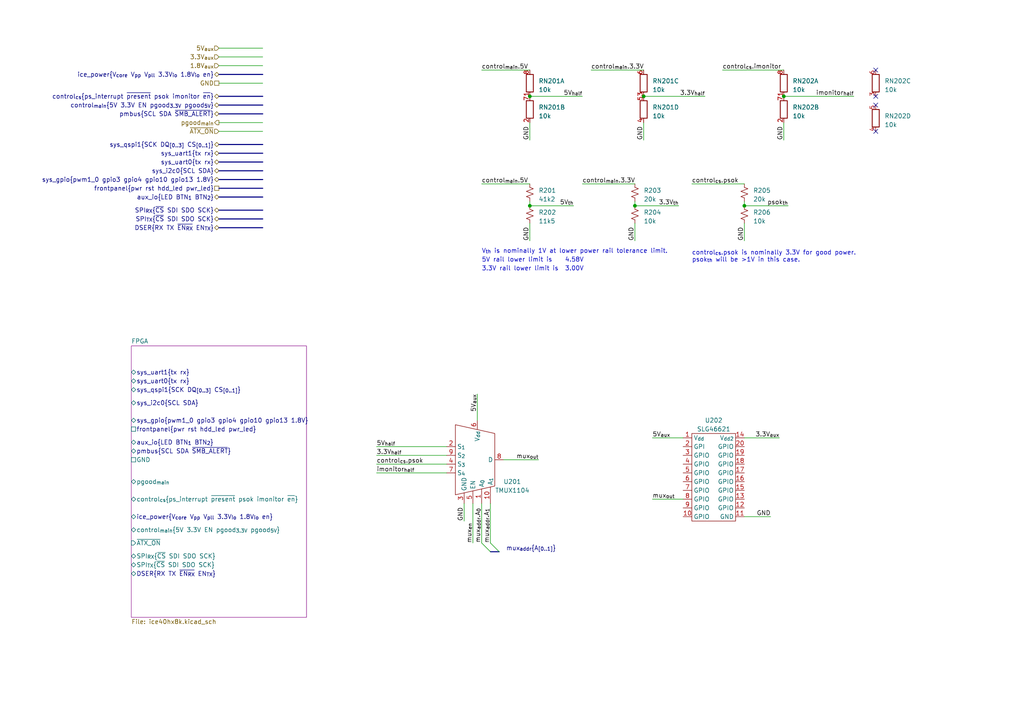
<source format=kicad_sch>
(kicad_sch (version 20210406) (generator eeschema)
  (paper "A4")
  (title_block (title "Common Slot to ATX Adapter") (rev "1"))
  (lib_symbols
    (symbol "proj_sym:R_Pack04_Split" (pin_names (offset 0) hide)
      (property "Reference" "RN" (at 2.032 0 90))
      (property "Value" "R_Pack04_Split" (at 0 0 90))
      (symbol "R_Pack04_Split_0_1"
        (rectangle (start 1.016 2.54) (end -1.016 -2.54) (stroke (width 0.254)))
      )
      (symbol "R_Pack04_Split_1_1"
        (pin passive line (at 0 -3.81 90) (length 1.27) (name "R1.1") (number "1"))
        (pin passive line (at 0 3.81 270) (length 1.27) (name "R1.2") (number "8"))
      )
      (symbol "R_Pack04_Split_2_1"
        (pin passive line (at 0 -3.81 90) (length 1.27) (name "R2.1") (number "2"))
        (pin passive line (at 0 3.81 270) (length 1.27) (name "R2.2") (number "7"))
      )
      (symbol "R_Pack04_Split_3_1"
        (pin passive line (at 0 -3.81 90) (length 1.27) (name "R3.1") (number "3"))
        (pin passive line (at 0 3.81 270) (length 1.27) (name "R3.2") (number "6"))
      )
      (symbol "R_Pack04_Split_4_1"
        (pin passive line (at 0 -3.81 90) (length 1.27) (name "R4.1") (number "4"))
        (pin passive line (at 0 3.81 270) (length 1.27) (name "R4.2") (number "5"))
      )
    )
    (symbol "proj_sym:Resistor" (pin_numbers hide) (pin_names (offset 0.254) hide)
      (property "Reference" "R" (at 0.762 0.508 0))
      (property "Value" "Resistor" (at 0.762 -1.016 0))
      (symbol "Resistor_1_1"
        (polyline (pts (xy 0 0) (xy 1.016 -0.381) (xy 0 -0.762) (xy -1.016 -1.143) (xy 0 -1.524)))
        (polyline (pts (xy 0 1.524) (xy 1.016 1.143) (xy 0 0.762) (xy -1.016 0.381) (xy 0 0)))
        (pin passive line (at 0 2.54 270) (length 1.016) (name "~") (number "1"))
        (pin passive line (at 0 -2.54 90) (length 1.016) (name "~") (number "2"))
      )
    )
    (symbol "proj_sym:SLG46621"
      (property "Reference" "U" (at 0 0 0))
      (property "Value" "SLG46621" (at 0 0 0))
      (symbol "SLG46621_0_0"
        (pin power_in line (at -8.89 25.4 0) (length 2.54) (name "V_{dd}") (number "1"))
        (pin tri_state line (at -8.89 2.54 0) (length 2.54) (name "GPIO") (number "10"))
        (pin power_in line (at 8.89 2.54 180) (length 2.54) (name "GND") (number "11"))
        (pin tri_state line (at 8.89 5.08 180) (length 2.54) (name "GPIO") (number "12"))
        (pin tri_state line (at 8.89 7.62 180) (length 2.54) (name "GPIO") (number "13"))
        (pin power_in line (at 8.89 25.4 180) (length 2.54) (name "V_{dd2}") (number "14"))
        (pin tri_state line (at 8.89 10.16 180) (length 2.54) (name "GPIO") (number "15"))
        (pin tri_state line (at 8.89 12.7 180) (length 2.54) (name "GPIO") (number "16"))
        (pin tri_state line (at 8.89 15.24 180) (length 2.54) (name "GPIO") (number "17"))
        (pin tri_state line (at 8.89 17.78 180) (length 2.54) (name "GPIO") (number "18"))
        (pin tri_state line (at 8.89 20.32 180) (length 2.54) (name "GPIO") (number "19"))
        (pin input line (at -8.89 22.86 0) (length 2.54) (name "GPI") (number "2"))
        (pin tri_state line (at 8.89 22.86 180) (length 2.54) (name "GPIO") (number "20"))
        (pin tri_state line (at -8.89 20.32 0) (length 2.54) (name "GPIO") (number "3"))
        (pin tri_state line (at -8.89 17.78 0) (length 2.54) (name "GPIO") (number "4"))
        (pin tri_state line (at -8.89 15.24 0) (length 2.54) (name "GPIO") (number "5"))
        (pin tri_state line (at -8.89 12.7 0) (length 2.54) (name "GPIO") (number "6"))
        (pin tri_state line (at -8.89 10.16 0) (length 2.54) (name "GPIO") (number "7"))
        (pin tri_state line (at -8.89 7.62 0) (length 2.54) (name "GPIO") (number "8"))
        (pin tri_state line (at -8.89 5.08 0) (length 2.54) (name "GPIO") (number "9"))
      )
      (symbol "SLG46621_0_1"
        (rectangle (start -6.35 26.67) (end 6.35 1.27) (stroke (width 0.1524)))
      )
    )
    (symbol "proj_sym:TMUX1104"
      (property "Reference" "U" (at 0 0 0))
      (property "Value" "TMUX1104" (at 0 0 0))
      (symbol "TMUX1104_0_0"
        (pin input line (at 1.27 1.27 90) (length 4.2) (name "A_{0}") (number "1"))
        (pin input line (at 3.81 1.27 90) (length 4.8) (name "A_{1}") (number "10"))
        (pin bidirectional line (at -8.89 17.78 0) (length 2.54) (name "S_{1}") (number "2"))
        (pin power_in line (at -3.81 1.27 90) (length 3.1) (name "GND") (number "3"))
        (pin bidirectional line (at -8.89 12.7 0) (length 2.54) (name "S_{3}") (number "4"))
        (pin input line (at -1.27 1.27 90) (length 3.6) (name "EN") (number "5"))
        (pin power_in line (at 0 25.4 270) (length 2.54) (name "V_{dd}") (number "6"))
        (pin bidirectional line (at -8.89 10.16 0) (length 2.54) (name "S_{4}") (number "7"))
        (pin bidirectional line (at 7.62 13.97 180) (length 2.54) (name "D") (number "8"))
        (pin bidirectional line (at -8.89 15.24 0) (length 2.54) (name "S_{2}") (number "9"))
      )
      (symbol "TMUX1104_0_1"
        (polyline (pts (xy -6.35 3.81) (xy -6.35 24.13) (xy 5.08 21.59) (xy 5.08 6.35) (xy -6.35 3.81)) (stroke (width 0.1524)))
      )
    )
  )
  (junction (at 153.67 27.94) (diameter 0.9144))
  (junction (at 153.67 59.69) (diameter 0.9144))
  (junction (at 184.15 59.69) (diameter 0.9144))
  (junction (at 186.69 27.94) (diameter 0.9144))
  (junction (at 215.9 59.69) (diameter 0.9144))
  (junction (at 227.33 27.94) (diameter 0.9144))
  (no_connect (at 254 20.32))
  (no_connect (at 254 27.94))
  (no_connect (at 254 30.48))
  (no_connect (at 254 38.1))
  (bus_entry (at 139.7 157.48) (size 2.54 2.54) (stroke (width 0.1524)))
  (bus_entry (at 142.24 157.48) (size 2.54 2.54) (stroke (width 0.1524)))
  (wire (pts (xy 63.5 13.97) (xy 76.2 13.97)))
  (wire (pts (xy 63.5 16.51) (xy 76.2 16.51)))
  (wire (pts (xy 63.5 19.05) (xy 76.2 19.05)))
  (wire (pts (xy 63.5 24.13) (xy 76.2 24.13)))
  (wire (pts (xy 63.5 35.56) (xy 76.2 35.56)))
  (wire (pts (xy 63.5 38.1) (xy 76.2 38.1)))
  (wire (pts (xy 109.22 129.54) (xy 129.54 129.54)))
  (wire (pts (xy 109.22 132.08) (xy 129.54 132.08)))
  (wire (pts (xy 109.22 134.62) (xy 129.54 134.62)))
  (wire (pts (xy 109.22 137.16) (xy 129.54 137.16)))
  (wire (pts (xy 134.62 146.05) (xy 134.62 151.13)))
  (wire (pts (xy 137.16 146.05) (xy 137.16 157.48)))
  (wire (pts (xy 138.43 114.3) (xy 138.43 121.92)))
  (wire (pts (xy 139.7 20.32) (xy 153.67 20.32)))
  (wire (pts (xy 139.7 53.34) (xy 153.67 53.34)))
  (wire (pts (xy 139.7 146.05) (xy 139.7 157.48)))
  (wire (pts (xy 142.24 146.05) (xy 142.24 157.48)))
  (wire (pts (xy 146.05 133.35) (xy 156.21 133.35)))
  (wire (pts (xy 153.67 27.94) (xy 168.91 27.94)))
  (wire (pts (xy 153.67 35.56) (xy 153.67 40.64)))
  (wire (pts (xy 153.67 58.42) (xy 153.67 59.69)))
  (wire (pts (xy 153.67 59.69) (xy 166.37 59.69)))
  (wire (pts (xy 153.67 64.77) (xy 153.67 69.85)))
  (wire (pts (xy 168.91 53.34) (xy 184.15 53.34)))
  (wire (pts (xy 171.45 20.32) (xy 186.69 20.32)))
  (wire (pts (xy 184.15 58.42) (xy 184.15 59.69)))
  (wire (pts (xy 184.15 59.69) (xy 196.85 59.69)))
  (wire (pts (xy 184.15 64.77) (xy 184.15 69.85)))
  (wire (pts (xy 186.69 27.94) (xy 204.47 27.94)))
  (wire (pts (xy 186.69 35.56) (xy 186.69 40.64)))
  (wire (pts (xy 189.23 127) (xy 198.12 127)))
  (wire (pts (xy 189.23 144.78) (xy 198.12 144.78)))
  (wire (pts (xy 200.66 53.34) (xy 215.9 53.34)))
  (wire (pts (xy 209.55 20.32) (xy 227.33 20.32)))
  (wire (pts (xy 215.9 58.42) (xy 215.9 59.69)))
  (wire (pts (xy 215.9 59.69) (xy 228.6 59.69)))
  (wire (pts (xy 215.9 64.77) (xy 215.9 69.85)))
  (wire (pts (xy 215.9 127) (xy 226.06 127)))
  (wire (pts (xy 215.9 149.86) (xy 223.52 149.86)))
  (wire (pts (xy 227.33 27.94) (xy 247.65 27.94)))
  (wire (pts (xy 227.33 35.56) (xy 227.33 40.64)))
  (bus (pts (xy 63.5 21.59) (xy 76.2 21.59)))
  (bus (pts (xy 63.5 27.94) (xy 76.2 27.94)))
  (bus (pts (xy 63.5 30.48) (xy 76.2 30.48)))
  (bus (pts (xy 63.5 33.02) (xy 76.2 33.02)))
  (bus (pts (xy 63.5 41.91) (xy 76.2 41.91)))
  (bus (pts (xy 63.5 44.45) (xy 76.2 44.45)))
  (bus (pts (xy 63.5 46.99) (xy 76.2 46.99)))
  (bus (pts (xy 63.5 49.53) (xy 76.2 49.53)))
  (bus (pts (xy 63.5 52.07) (xy 76.2 52.07)))
  (bus (pts (xy 63.5 54.61) (xy 76.2 54.61)))
  (bus (pts (xy 63.5 57.15) (xy 76.2 57.15)))
  (bus (pts (xy 63.5 60.96) (xy 76.2 60.96)))
  (bus (pts (xy 63.5 63.5) (xy 76.2 63.5)))
  (bus (pts (xy 63.5 66.04) (xy 76.2 66.04)))
  (bus (pts (xy 142.24 160.02) (xy 161.29 160.02)))
  (text "V_{th} is nominally 1V at lower power rail tolerance limit." (at 139.7 73.66 0) (effects (font (size 1.27 1.27)) (justify left bottom)))
  (text "5V rail lower limit is" (at 139.7 76.2 0) (effects (font (size 1.27 1.27)) (justify left bottom)))
  (text "3.3V rail lower limit is" (at 139.7 78.74 0) (effects (font (size 1.27 1.27)) (justify left bottom)))
  (text "4.58V" (at 163.83 76.2 0) (effects (font (size 1.27 1.27)) (justify left bottom)))
  (text "3.00V" (at 163.83 78.74 0) (effects (font (size 1.27 1.27)) (justify left bottom)))
  (text "control_{cs}.psok is nominally 3.3V for good power.\npsok_{th} will be >1V in this case." (at 200.66 76.2 0) (effects (font (size 1.27 1.27)) (justify left bottom)))
  (label "5V_{half}" (at 109.22 129.54 0))
  (label "3.3V_{half}" (at 109.22 132.08 0))
  (label "control_{cs}.psok" (at 109.22 134.62 0))
  (label "imonitor_{half}" (at 109.22 137.16 0))
  (label "GND" (at 134.62 151.13 90))
  (label "mux_{en}" (at 137.16 157.48 90))
  (label "5V_{aux}" (at 138.43 114.3 270))
  (label "control_{main}.5V" (at 139.7 20.32 0))
  (label "control_{main}.5V" (at 139.7 53.34 0))
  (label "mux_{addr}.A_{0}" (at 139.7 147.32 270))
  (label "mux_{addr}.A_{1}" (at 142.24 157.48 90))
  (label "GND" (at 153.67 40.64 90))
  (label "GND" (at 153.67 69.85 90))
  (label "mux_{out}" (at 156.21 133.35 180))
  (label "mux_{addr}{A_{[0..1]}}" (at 161.29 160.02 180))
  (label "5V_{th}" (at 166.37 59.69 180))
  (label "5V_{half}" (at 168.91 27.94 180))
  (label "control_{main}.3.3V" (at 168.91 53.34 0))
  (label "control_{main}.3.3V" (at 171.45 20.32 0))
  (label "GND" (at 184.15 69.85 90))
  (label "GND" (at 186.69 40.64 90))
  (label "5V_{aux}" (at 189.23 127 0))
  (label "mux_{out}" (at 189.23 144.78 0))
  (label "3.3V_{th}" (at 196.85 59.69 180))
  (label "control_{cs}.psok" (at 200.66 53.34 0))
  (label "3.3V_{half}" (at 204.47 27.94 180))
  (label "control_{cs}.imonitor" (at 209.55 20.32 0))
  (label "GND" (at 215.9 69.85 90))
  (label "GND" (at 223.52 149.86 180))
  (label "3.3V_{aux}" (at 226.06 127 180))
  (label "GND" (at 227.33 40.64 90))
  (label "psok_{th}" (at 228.6 59.69 180))
  (label "imonitor_{half}" (at 247.65 27.94 180))
  (hierarchical_label "5V_{aux}" (shape input) (at 63.5 13.97 180))
  (hierarchical_label "3.3V_{aux}" (shape input) (at 63.5 16.51 180))
  (hierarchical_label "1.8V_{aux}" (shape input) (at 63.5 19.05 180))
  (hierarchical_label "ice_power{V_{core} V_{pp} V_{pll} 3.3V_{io} 1.8V_{io} en}" (shape bidirectional) (at 63.5 21.59 0))
  (hierarchical_label "GND" (shape passive) (at 63.5 24.13 180))
  (hierarchical_label "control_{cs}{ps_interrupt ~present psok imonitor ~en}" (shape bidirectional) (at 63.5 27.94 0))
  (hierarchical_label "control_{main}{5V 3.3V EN pgood_{3.3V} pgood_{5V}}" (shape bidirectional) (at 63.5 30.48 0))
  (hierarchical_label "pmbus{SCL SDA ~SMB_ALERT}" (shape bidirectional) (at 63.5 33.02 180))
  (hierarchical_label "pgood_{main}" (shape output) (at 63.5 35.56 180))
  (hierarchical_label "~ATX_ON" (shape input) (at 63.5 38.1 180))
  (hierarchical_label "sys_qspi1{SCK DQ_{[0..3]} CS_{[0..1]}}" (shape bidirectional) (at 63.5 41.91 180))
  (hierarchical_label "sys_uart1{tx rx}" (shape bidirectional) (at 63.5 44.45 180))
  (hierarchical_label "sys_uart0{tx rx}" (shape bidirectional) (at 63.5 46.99 180))
  (hierarchical_label "sys_i2c0{SCL SDA}" (shape bidirectional) (at 63.5 49.53 180))
  (hierarchical_label "sys_gpio{pwm1_0 gpio3 gpio4 gpio10 gpio13 1.8V}" (shape bidirectional) (at 63.5 52.07 180))
  (hierarchical_label "frontpanel{pwr rst hdd_led pwr_led}" (shape passive) (at 63.5 54.61 180))
  (hierarchical_label "aux_io{LED BTN_{1} BTN_{2}}" (shape bidirectional) (at 63.5 57.15 180))
  (hierarchical_label "SPI_{RX}{~CS SDI SDO SCK}" (shape bidirectional) (at 63.5 60.96 180))
  (hierarchical_label "SPI_{TX}{~CS SDI SDO SCK}" (shape bidirectional) (at 63.5 63.5 180))
  (hierarchical_label "DSER{RX TX ~EN_{RX} EN_{TX}}" (shape bidirectional) (at 63.5 66.04 180))
  (symbol (lib_id "proj_sym:Resistor") (at 153.67 55.88 0) (unit 1)
    (property "Reference" "R201" (at 156.21 55.2449 0) (effects (justify left)))
    (property "Value" "41k2" (at 156.21 57.7849 0) (effects (justify left)))
  )
  (symbol (lib_id "proj_sym:Resistor") (at 153.67 62.23 0) (unit 1)
    (property "Reference" "R202" (at 156.21 61.5949 0) (effects (justify left)))
    (property "Value" "11k5" (at 156.21 64.1349 0) (effects (justify left)))
  )
  (symbol (lib_id "proj_sym:Resistor") (at 184.15 55.88 0) (unit 1)
    (property "Reference" "R203" (at 186.69 55.2449 0) (effects (justify left)))
    (property "Value" "20k" (at 186.69 57.7849 0) (effects (justify left)))
  )
  (symbol (lib_id "proj_sym:Resistor") (at 184.15 62.23 0) (unit 1)
    (property "Reference" "R204" (at 186.69 61.5949 0) (effects (justify left)))
    (property "Value" "10k" (at 186.69 64.1349 0) (effects (justify left)))
  )
  (symbol (lib_id "proj_sym:Resistor") (at 215.9 55.88 0) (unit 1)
    (property "Reference" "R205" (at 218.44 55.2449 0) (effects (justify left)))
    (property "Value" "20k" (at 218.44 57.7849 0) (effects (justify left)))
  )
  (symbol (lib_id "proj_sym:Resistor") (at 215.9 62.23 0) (unit 1)
    (property "Reference" "R206" (at 218.44 61.5949 0) (effects (justify left)))
    (property "Value" "10k" (at 218.44 64.1349 0) (effects (justify left)))
  )
  (symbol (lib_id "proj_sym:R_Pack04_Split") (at 153.67 24.13 0) (unit 1)
    (property "Reference" "RN201" (at 156.21 23.4949 0) (effects (justify left)))
    (property "Value" "10k" (at 156.21 26.0349 0) (effects (justify left)))
  )
  (symbol (lib_id "proj_sym:R_Pack04_Split") (at 153.67 31.75 0) (unit 2)
    (property "Reference" "RN201" (at 156.21 31.1149 0) (effects (justify left)))
    (property "Value" "10k" (at 156.21 33.6549 0) (effects (justify left)))
  )
  (symbol (lib_id "proj_sym:R_Pack04_Split") (at 186.69 24.13 0) (unit 3)
    (property "Reference" "RN201" (at 189.23 23.4949 0) (effects (justify left)))
    (property "Value" "10k" (at 189.23 26.0349 0) (effects (justify left)))
  )
  (symbol (lib_id "proj_sym:R_Pack04_Split") (at 186.69 31.75 0) (unit 4)
    (property "Reference" "RN201" (at 189.23 31.1149 0) (effects (justify left)))
    (property "Value" "10k" (at 189.23 33.6549 0) (effects (justify left)))
  )
  (symbol (lib_id "proj_sym:R_Pack04_Split") (at 227.33 24.13 0) (unit 1)
    (property "Reference" "RN202" (at 229.87 23.4949 0) (effects (justify left)))
    (property "Value" "10k" (at 229.87 26.0349 0) (effects (justify left)))
  )
  (symbol (lib_id "proj_sym:R_Pack04_Split") (at 227.33 31.75 0) (unit 2)
    (property "Reference" "RN202" (at 229.87 31.1149 0) (effects (justify left)))
    (property "Value" "10k" (at 229.87 33.6549 0) (effects (justify left)))
  )
  (symbol (lib_id "proj_sym:R_Pack04_Split") (at 254 24.13 0) (unit 3)
    (property "Reference" "RN202" (at 256.54 23.4949 0) (effects (justify left)))
    (property "Value" "10k" (at 256.54 26.0349 0) (effects (justify left)))
  )
  (symbol (lib_id "proj_sym:R_Pack04_Split") (at 254 34.29 0) (unit 4)
    (property "Reference" "RN202" (at 256.54 33.6549 0) (effects (justify left)))
    (property "Value" "10k" (at 256.54 36.1949 0) (effects (justify left)))
  )
  (symbol (lib_id "proj_sym:TMUX1104") (at 138.43 147.32 0) (unit 1)
    (property "Reference" "U201" (at 148.59 139.6999 0))
    (property "Value" "TMUX1104" (at 148.59 142.2399 0))
    (property "Datasheet" "${KIPRJMOD}/tmux1104/tmux1104.pdf" (effects hide))
  )
  (symbol (lib_id "proj_sym:SLG46621") (at 207.01 152.4 0) (unit 1)
    (property "Reference" "U202" (at 207.01 121.92 0))
    (property "Value" "SLG46621" (at 207.01 124.46 0))
    (property "Datasheet" "${KIPRJMOD}/slg46621/slg46621r136_10282019.pdf" (effects hide))
  )
  (sheet (at 38.1 100.33) (size 50.8 78.74) (stroke (width 0.0006) (color 132 0 132 1)) (fill (color 255 255 255 0.0000))
    (property "Sheet name" "FPGA" (at 38.1 99.6943 0) (effects (justify left bottom)))
    (property "Sheet file" "ice40hx8k.kicad_sch" (at 38.1 179.5787 0) (effects (justify left top)))
    (pin "sys_uart1{tx rx}" bidirectional (at 38.1 107.95 180))
    (pin "sys_uart0{tx rx}" bidirectional (at 38.1 110.49 180))
    (pin "sys_qspi1{SCK DQ_{[0..3]} CS_{[0..1]}}" bidirectional (at 38.1 113.03 180))
    (pin "sys_i2c0{SCL SDA}" bidirectional (at 38.1 116.84 180))
    (pin "sys_gpio{pwm1_0 gpio3 gpio4 gpio10 gpio13 1.8V}" bidirectional (at 38.1 121.92 180))
    (pin "frontpanel{pwr rst hdd_led pwr_led}" passive (at 38.1 124.46 180))
    (pin "aux_io{LED BTN_{1} BTN_{2}}" bidirectional (at 38.1 128.27 180))
    (pin "pmbus{SCL SDA ~SMB_ALERT}" bidirectional (at 38.1 130.81 180))
    (pin "GND" passive (at 38.1 133.35 180))
    (pin "control_{cs}{ps_interrupt ~present psok imonitor ~en}" bidirectional (at 38.1 144.78 180))
    (pin "ice_power{V_{core} V_{pp} V_{pll} 3.3V_{io} 1.8V_{io} en}" bidirectional (at 38.1 149.86 180))
    (pin "control_{main}{5V 3.3V EN pgood_{3.3V} pgood_{5V}}" bidirectional (at 38.1 153.67 180))
    (pin "~ATX_ON" input (at 38.1 157.48 180))
    (pin "SPI_{RX}{~CS SDI SDO SCK}" bidirectional (at 38.1 161.29 180))
    (pin "SPI_{TX}{~CS SDI SDO SCK}" bidirectional (at 38.1 163.83 180))
    (pin "DSER{RX TX ~EN_{RX} EN_{TX}}" bidirectional (at 38.1 166.37 180))
    (pin "pgood_{main}" bidirectional (at 38.1 139.7 180))
  )
)
</source>
